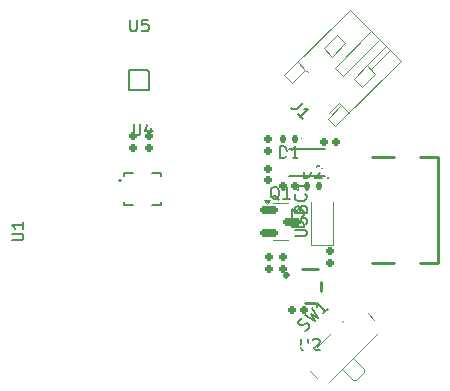
<source format=gto>
G04 #@! TF.GenerationSoftware,KiCad,Pcbnew,9.0.1*
G04 #@! TF.CreationDate,2025-10-21T12:51:46+03:00*
G04 #@! TF.ProjectId,Twyst-Hardware,54777973-742d-4486-9172-64776172652e,rev?*
G04 #@! TF.SameCoordinates,Original*
G04 #@! TF.FileFunction,Legend,Top*
G04 #@! TF.FilePolarity,Positive*
%FSLAX46Y46*%
G04 Gerber Fmt 4.6, Leading zero omitted, Abs format (unit mm)*
G04 Created by KiCad (PCBNEW 9.0.1) date 2025-10-21 12:51:46*
%MOMM*%
%LPD*%
G01*
G04 APERTURE LIST*
G04 Aperture macros list*
%AMRoundRect*
0 Rectangle with rounded corners*
0 $1 Rounding radius*
0 $2 $3 $4 $5 $6 $7 $8 $9 X,Y pos of 4 corners*
0 Add a 4 corners polygon primitive as box body*
4,1,4,$2,$3,$4,$5,$6,$7,$8,$9,$2,$3,0*
0 Add four circle primitives for the rounded corners*
1,1,$1+$1,$2,$3*
1,1,$1+$1,$4,$5*
1,1,$1+$1,$6,$7*
1,1,$1+$1,$8,$9*
0 Add four rect primitives between the rounded corners*
20,1,$1+$1,$2,$3,$4,$5,0*
20,1,$1+$1,$4,$5,$6,$7,0*
20,1,$1+$1,$6,$7,$8,$9,0*
20,1,$1+$1,$8,$9,$2,$3,0*%
%AMHorizOval*
0 Thick line with rounded ends*
0 $1 width*
0 $2 $3 position (X,Y) of the first rounded end (center of the circle)*
0 $4 $5 position (X,Y) of the second rounded end (center of the circle)*
0 Add line between two ends*
20,1,$1,$2,$3,$4,$5,0*
0 Add two circle primitives to create the rounded ends*
1,1,$1,$2,$3*
1,1,$1,$4,$5*%
%AMRotRect*
0 Rectangle, with rotation*
0 The origin of the aperture is its center*
0 $1 length*
0 $2 width*
0 $3 Rotation angle, in degrees counterclockwise*
0 Add horizontal line*
21,1,$1,$2,0,0,$3*%
%AMFreePoly0*
4,1,13,0.335355,0.685355,0.350000,0.650000,0.350000,-0.650000,0.335355,-0.685355,0.300000,-0.700000,-0.300000,-0.700000,-0.335355,-0.685355,-0.350000,-0.650000,-0.350000,0.650000,-0.335355,0.685355,-0.300000,0.700000,0.300000,0.700000,0.335355,0.685355,0.335355,0.685355,$1*%
G04 Aperture macros list end*
%ADD10C,0.150000*%
%ADD11C,0.250000*%
%ADD12C,0.300000*%
%ADD13C,0.100000*%
%ADD14C,0.120000*%
%ADD15R,0.680000X0.280000*%
%ADD16R,0.280000X0.680000*%
%ADD17RoundRect,0.159000X0.189000X-0.159000X0.189000X0.159000X-0.189000X0.159000X-0.189000X-0.159000X0*%
%ADD18C,0.750000*%
%ADD19O,2.000000X1.200000*%
%ADD20O,1.800000X1.200000*%
%ADD21FreePoly0,90.000000*%
%ADD22R,1.300000X0.300000*%
%ADD23R,1.000000X0.600000*%
%ADD24C,0.200000*%
%ADD25RoundRect,0.159000X-0.159000X-0.189000X0.159000X-0.189000X0.159000X0.189000X-0.159000X0.189000X0*%
%ADD26RoundRect,0.147500X0.147500X0.172500X-0.147500X0.172500X-0.147500X-0.172500X0.147500X-0.172500X0*%
%ADD27RoundRect,0.159000X0.159000X0.189000X-0.159000X0.189000X-0.159000X-0.189000X0.159000X-0.189000X0*%
%ADD28RotRect,1.000000X0.800000X45.000000*%
%ADD29C,0.900000*%
%ADD30RotRect,0.700000X1.500000X45.000000*%
%ADD31RoundRect,0.147500X-0.147500X-0.172500X0.147500X-0.172500X0.147500X0.172500X-0.147500X0.172500X0*%
%ADD32R,0.750000X0.300000*%
%ADD33R,1.600000X1.600000*%
%ADD34R,1.200000X1.200000*%
%ADD35RoundRect,0.150000X-0.587500X-0.150000X0.587500X-0.150000X0.587500X0.150000X-0.587500X0.150000X0*%
%ADD36RoundRect,0.159000X-0.189000X0.159000X-0.189000X-0.159000X0.189000X-0.159000X0.189000X0.159000X0*%
%ADD37RoundRect,0.250000X0.689429X0.194454X0.194454X0.689429X-0.689429X-0.194454X-0.194454X-0.689429X0*%
%ADD38HorizOval,1.200000X0.194454X0.194454X-0.194454X-0.194454X0*%
%ADD39C,1.552000*%
G04 APERTURE END LIST*
D10*
X143810095Y-97694819D02*
X143810095Y-98504342D01*
X143810095Y-98504342D02*
X143857714Y-98599580D01*
X143857714Y-98599580D02*
X143905333Y-98647200D01*
X143905333Y-98647200D02*
X144000571Y-98694819D01*
X144000571Y-98694819D02*
X144191047Y-98694819D01*
X144191047Y-98694819D02*
X144286285Y-98647200D01*
X144286285Y-98647200D02*
X144333904Y-98599580D01*
X144333904Y-98599580D02*
X144381523Y-98504342D01*
X144381523Y-98504342D02*
X144381523Y-97694819D01*
X145286285Y-98028152D02*
X145286285Y-98694819D01*
X145048190Y-97647200D02*
X144810095Y-98361485D01*
X144810095Y-98361485D02*
X145429142Y-98361485D01*
X157454819Y-107238094D02*
X158264342Y-107238094D01*
X158264342Y-107238094D02*
X158359580Y-107190475D01*
X158359580Y-107190475D02*
X158407200Y-107142856D01*
X158407200Y-107142856D02*
X158454819Y-107047618D01*
X158454819Y-107047618D02*
X158454819Y-106857142D01*
X158454819Y-106857142D02*
X158407200Y-106761904D01*
X158407200Y-106761904D02*
X158359580Y-106714285D01*
X158359580Y-106714285D02*
X158264342Y-106666666D01*
X158264342Y-106666666D02*
X157454819Y-106666666D01*
X158407200Y-106238094D02*
X158454819Y-106095237D01*
X158454819Y-106095237D02*
X158454819Y-105857142D01*
X158454819Y-105857142D02*
X158407200Y-105761904D01*
X158407200Y-105761904D02*
X158359580Y-105714285D01*
X158359580Y-105714285D02*
X158264342Y-105666666D01*
X158264342Y-105666666D02*
X158169104Y-105666666D01*
X158169104Y-105666666D02*
X158073866Y-105714285D01*
X158073866Y-105714285D02*
X158026247Y-105761904D01*
X158026247Y-105761904D02*
X157978628Y-105857142D01*
X157978628Y-105857142D02*
X157931009Y-106047618D01*
X157931009Y-106047618D02*
X157883390Y-106142856D01*
X157883390Y-106142856D02*
X157835771Y-106190475D01*
X157835771Y-106190475D02*
X157740533Y-106238094D01*
X157740533Y-106238094D02*
X157645295Y-106238094D01*
X157645295Y-106238094D02*
X157550057Y-106190475D01*
X157550057Y-106190475D02*
X157502438Y-106142856D01*
X157502438Y-106142856D02*
X157454819Y-106047618D01*
X157454819Y-106047618D02*
X157454819Y-105809523D01*
X157454819Y-105809523D02*
X157502438Y-105666666D01*
X157931009Y-104904761D02*
X157978628Y-104761904D01*
X157978628Y-104761904D02*
X158026247Y-104714285D01*
X158026247Y-104714285D02*
X158121485Y-104666666D01*
X158121485Y-104666666D02*
X158264342Y-104666666D01*
X158264342Y-104666666D02*
X158359580Y-104714285D01*
X158359580Y-104714285D02*
X158407200Y-104761904D01*
X158407200Y-104761904D02*
X158454819Y-104857142D01*
X158454819Y-104857142D02*
X158454819Y-105238094D01*
X158454819Y-105238094D02*
X157454819Y-105238094D01*
X157454819Y-105238094D02*
X157454819Y-104904761D01*
X157454819Y-104904761D02*
X157502438Y-104809523D01*
X157502438Y-104809523D02*
X157550057Y-104761904D01*
X157550057Y-104761904D02*
X157645295Y-104714285D01*
X157645295Y-104714285D02*
X157740533Y-104714285D01*
X157740533Y-104714285D02*
X157835771Y-104761904D01*
X157835771Y-104761904D02*
X157883390Y-104809523D01*
X157883390Y-104809523D02*
X157931009Y-104904761D01*
X157931009Y-104904761D02*
X157931009Y-105238094D01*
X158359580Y-103666666D02*
X158407200Y-103714285D01*
X158407200Y-103714285D02*
X158454819Y-103857142D01*
X158454819Y-103857142D02*
X158454819Y-103952380D01*
X158454819Y-103952380D02*
X158407200Y-104095237D01*
X158407200Y-104095237D02*
X158311961Y-104190475D01*
X158311961Y-104190475D02*
X158216723Y-104238094D01*
X158216723Y-104238094D02*
X158026247Y-104285713D01*
X158026247Y-104285713D02*
X157883390Y-104285713D01*
X157883390Y-104285713D02*
X157692914Y-104238094D01*
X157692914Y-104238094D02*
X157597676Y-104190475D01*
X157597676Y-104190475D02*
X157502438Y-104095237D01*
X157502438Y-104095237D02*
X157454819Y-103952380D01*
X157454819Y-103952380D02*
X157454819Y-103857142D01*
X157454819Y-103857142D02*
X157502438Y-103714285D01*
X157502438Y-103714285D02*
X157550057Y-103666666D01*
X158454819Y-102714285D02*
X158454819Y-103285713D01*
X158454819Y-102999999D02*
X157454819Y-102999999D01*
X157454819Y-102999999D02*
X157597676Y-103095237D01*
X157597676Y-103095237D02*
X157692914Y-103190475D01*
X157692914Y-103190475D02*
X157740533Y-103285713D01*
X157988095Y-115904819D02*
X157988095Y-116714342D01*
X157988095Y-116714342D02*
X158035714Y-116809580D01*
X158035714Y-116809580D02*
X158083333Y-116857200D01*
X158083333Y-116857200D02*
X158178571Y-116904819D01*
X158178571Y-116904819D02*
X158369047Y-116904819D01*
X158369047Y-116904819D02*
X158464285Y-116857200D01*
X158464285Y-116857200D02*
X158511904Y-116809580D01*
X158511904Y-116809580D02*
X158559523Y-116714342D01*
X158559523Y-116714342D02*
X158559523Y-115904819D01*
X158988095Y-116000057D02*
X159035714Y-115952438D01*
X159035714Y-115952438D02*
X159130952Y-115904819D01*
X159130952Y-115904819D02*
X159369047Y-115904819D01*
X159369047Y-115904819D02*
X159464285Y-115952438D01*
X159464285Y-115952438D02*
X159511904Y-116000057D01*
X159511904Y-116000057D02*
X159559523Y-116095295D01*
X159559523Y-116095295D02*
X159559523Y-116190533D01*
X159559523Y-116190533D02*
X159511904Y-116333390D01*
X159511904Y-116333390D02*
X158940476Y-116904819D01*
X158940476Y-116904819D02*
X159559523Y-116904819D01*
X143518095Y-88884819D02*
X143518095Y-89694342D01*
X143518095Y-89694342D02*
X143565714Y-89789580D01*
X143565714Y-89789580D02*
X143613333Y-89837200D01*
X143613333Y-89837200D02*
X143708571Y-89884819D01*
X143708571Y-89884819D02*
X143899047Y-89884819D01*
X143899047Y-89884819D02*
X143994285Y-89837200D01*
X143994285Y-89837200D02*
X144041904Y-89789580D01*
X144041904Y-89789580D02*
X144089523Y-89694342D01*
X144089523Y-89694342D02*
X144089523Y-88884819D01*
X145041904Y-88884819D02*
X144565714Y-88884819D01*
X144565714Y-88884819D02*
X144518095Y-89361009D01*
X144518095Y-89361009D02*
X144565714Y-89313390D01*
X144565714Y-89313390D02*
X144660952Y-89265771D01*
X144660952Y-89265771D02*
X144899047Y-89265771D01*
X144899047Y-89265771D02*
X144994285Y-89313390D01*
X144994285Y-89313390D02*
X145041904Y-89361009D01*
X145041904Y-89361009D02*
X145089523Y-89456247D01*
X145089523Y-89456247D02*
X145089523Y-89694342D01*
X145089523Y-89694342D02*
X145041904Y-89789580D01*
X145041904Y-89789580D02*
X144994285Y-89837200D01*
X144994285Y-89837200D02*
X144899047Y-89884819D01*
X144899047Y-89884819D02*
X144660952Y-89884819D01*
X144660952Y-89884819D02*
X144565714Y-89837200D01*
X144565714Y-89837200D02*
X144518095Y-89789580D01*
X156231905Y-100624819D02*
X156231905Y-99624819D01*
X156231905Y-99624819D02*
X156470000Y-99624819D01*
X156470000Y-99624819D02*
X156612857Y-99672438D01*
X156612857Y-99672438D02*
X156708095Y-99767676D01*
X156708095Y-99767676D02*
X156755714Y-99862914D01*
X156755714Y-99862914D02*
X156803333Y-100053390D01*
X156803333Y-100053390D02*
X156803333Y-100196247D01*
X156803333Y-100196247D02*
X156755714Y-100386723D01*
X156755714Y-100386723D02*
X156708095Y-100481961D01*
X156708095Y-100481961D02*
X156612857Y-100577200D01*
X156612857Y-100577200D02*
X156470000Y-100624819D01*
X156470000Y-100624819D02*
X156231905Y-100624819D01*
X157755714Y-100624819D02*
X157184286Y-100624819D01*
X157470000Y-100624819D02*
X157470000Y-99624819D01*
X157470000Y-99624819D02*
X157374762Y-99767676D01*
X157374762Y-99767676D02*
X157279524Y-99862914D01*
X157279524Y-99862914D02*
X157184286Y-99910533D01*
X158332383Y-115218000D02*
X158467070Y-115150657D01*
X158467070Y-115150657D02*
X158635428Y-114982298D01*
X158635428Y-114982298D02*
X158669100Y-114881283D01*
X158669100Y-114881283D02*
X158669100Y-114813939D01*
X158669100Y-114813939D02*
X158635428Y-114712924D01*
X158635428Y-114712924D02*
X158568085Y-114645580D01*
X158568085Y-114645580D02*
X158467070Y-114611909D01*
X158467070Y-114611909D02*
X158399726Y-114611909D01*
X158399726Y-114611909D02*
X158298711Y-114645580D01*
X158298711Y-114645580D02*
X158130352Y-114746596D01*
X158130352Y-114746596D02*
X158029337Y-114780267D01*
X158029337Y-114780267D02*
X157961993Y-114780267D01*
X157961993Y-114780267D02*
X157860978Y-114746596D01*
X157860978Y-114746596D02*
X157793635Y-114679252D01*
X157793635Y-114679252D02*
X157759963Y-114578237D01*
X157759963Y-114578237D02*
X157759963Y-114510893D01*
X157759963Y-114510893D02*
X157793635Y-114409878D01*
X157793635Y-114409878D02*
X157961993Y-114241519D01*
X157961993Y-114241519D02*
X158096680Y-114174176D01*
X158298711Y-113904802D02*
X159174177Y-114443550D01*
X159174177Y-114443550D02*
X158803787Y-113803786D01*
X158803787Y-113803786D02*
X159443551Y-114174176D01*
X159443551Y-114174176D02*
X158904803Y-113298710D01*
X160251672Y-113366054D02*
X159847611Y-113770115D01*
X160049642Y-113568084D02*
X159342535Y-112860978D01*
X159342535Y-112860978D02*
X159376207Y-113029336D01*
X159376207Y-113029336D02*
X159376207Y-113164023D01*
X159376207Y-113164023D02*
X159342535Y-113265039D01*
X158246905Y-102284819D02*
X158246905Y-101284819D01*
X158246905Y-101284819D02*
X158485000Y-101284819D01*
X158485000Y-101284819D02*
X158627857Y-101332438D01*
X158627857Y-101332438D02*
X158723095Y-101427676D01*
X158723095Y-101427676D02*
X158770714Y-101522914D01*
X158770714Y-101522914D02*
X158818333Y-101713390D01*
X158818333Y-101713390D02*
X158818333Y-101856247D01*
X158818333Y-101856247D02*
X158770714Y-102046723D01*
X158770714Y-102046723D02*
X158723095Y-102141961D01*
X158723095Y-102141961D02*
X158627857Y-102237200D01*
X158627857Y-102237200D02*
X158485000Y-102284819D01*
X158485000Y-102284819D02*
X158246905Y-102284819D01*
X159199286Y-101380057D02*
X159246905Y-101332438D01*
X159246905Y-101332438D02*
X159342143Y-101284819D01*
X159342143Y-101284819D02*
X159580238Y-101284819D01*
X159580238Y-101284819D02*
X159675476Y-101332438D01*
X159675476Y-101332438D02*
X159723095Y-101380057D01*
X159723095Y-101380057D02*
X159770714Y-101475295D01*
X159770714Y-101475295D02*
X159770714Y-101570533D01*
X159770714Y-101570533D02*
X159723095Y-101713390D01*
X159723095Y-101713390D02*
X159151667Y-102284819D01*
X159151667Y-102284819D02*
X159770714Y-102284819D01*
X133484819Y-107586904D02*
X134294342Y-107586904D01*
X134294342Y-107586904D02*
X134389580Y-107539285D01*
X134389580Y-107539285D02*
X134437200Y-107491666D01*
X134437200Y-107491666D02*
X134484819Y-107396428D01*
X134484819Y-107396428D02*
X134484819Y-107205952D01*
X134484819Y-107205952D02*
X134437200Y-107110714D01*
X134437200Y-107110714D02*
X134389580Y-107063095D01*
X134389580Y-107063095D02*
X134294342Y-107015476D01*
X134294342Y-107015476D02*
X133484819Y-107015476D01*
X134484819Y-106015476D02*
X134484819Y-106586904D01*
X134484819Y-106301190D02*
X133484819Y-106301190D01*
X133484819Y-106301190D02*
X133627676Y-106396428D01*
X133627676Y-106396428D02*
X133722914Y-106491666D01*
X133722914Y-106491666D02*
X133770533Y-106586904D01*
X158204819Y-106488094D02*
X157204819Y-106488094D01*
X157204819Y-106488094D02*
X157204819Y-106249999D01*
X157204819Y-106249999D02*
X157252438Y-106107142D01*
X157252438Y-106107142D02*
X157347676Y-106011904D01*
X157347676Y-106011904D02*
X157442914Y-105964285D01*
X157442914Y-105964285D02*
X157633390Y-105916666D01*
X157633390Y-105916666D02*
X157776247Y-105916666D01*
X157776247Y-105916666D02*
X157966723Y-105964285D01*
X157966723Y-105964285D02*
X158061961Y-106011904D01*
X158061961Y-106011904D02*
X158157200Y-106107142D01*
X158157200Y-106107142D02*
X158204819Y-106249999D01*
X158204819Y-106249999D02*
X158204819Y-106488094D01*
X157204819Y-105583332D02*
X157204819Y-104964285D01*
X157204819Y-104964285D02*
X157585771Y-105297618D01*
X157585771Y-105297618D02*
X157585771Y-105154761D01*
X157585771Y-105154761D02*
X157633390Y-105059523D01*
X157633390Y-105059523D02*
X157681009Y-105011904D01*
X157681009Y-105011904D02*
X157776247Y-104964285D01*
X157776247Y-104964285D02*
X158014342Y-104964285D01*
X158014342Y-104964285D02*
X158109580Y-105011904D01*
X158109580Y-105011904D02*
X158157200Y-105059523D01*
X158157200Y-105059523D02*
X158204819Y-105154761D01*
X158204819Y-105154761D02*
X158204819Y-105440475D01*
X158204819Y-105440475D02*
X158157200Y-105535713D01*
X158157200Y-105535713D02*
X158109580Y-105583332D01*
X156154761Y-104150057D02*
X156059523Y-104102438D01*
X156059523Y-104102438D02*
X155964285Y-104007200D01*
X155964285Y-104007200D02*
X155821428Y-103864342D01*
X155821428Y-103864342D02*
X155726190Y-103816723D01*
X155726190Y-103816723D02*
X155630952Y-103816723D01*
X155678571Y-104054819D02*
X155583333Y-104007200D01*
X155583333Y-104007200D02*
X155488095Y-103911961D01*
X155488095Y-103911961D02*
X155440476Y-103721485D01*
X155440476Y-103721485D02*
X155440476Y-103388152D01*
X155440476Y-103388152D02*
X155488095Y-103197676D01*
X155488095Y-103197676D02*
X155583333Y-103102438D01*
X155583333Y-103102438D02*
X155678571Y-103054819D01*
X155678571Y-103054819D02*
X155869047Y-103054819D01*
X155869047Y-103054819D02*
X155964285Y-103102438D01*
X155964285Y-103102438D02*
X156059523Y-103197676D01*
X156059523Y-103197676D02*
X156107142Y-103388152D01*
X156107142Y-103388152D02*
X156107142Y-103721485D01*
X156107142Y-103721485D02*
X156059523Y-103911961D01*
X156059523Y-103911961D02*
X155964285Y-104007200D01*
X155964285Y-104007200D02*
X155869047Y-104054819D01*
X155869047Y-104054819D02*
X155678571Y-104054819D01*
X157059523Y-104054819D02*
X156488095Y-104054819D01*
X156773809Y-104054819D02*
X156773809Y-103054819D01*
X156773809Y-103054819D02*
X156678571Y-103197676D01*
X156678571Y-103197676D02*
X156583333Y-103292914D01*
X156583333Y-103292914D02*
X156488095Y-103340533D01*
X158114265Y-95914331D02*
X157609189Y-96419407D01*
X157609189Y-96419407D02*
X157474502Y-96486751D01*
X157474502Y-96486751D02*
X157339815Y-96486751D01*
X157339815Y-96486751D02*
X157205128Y-96419407D01*
X157205128Y-96419407D02*
X157137784Y-96352064D01*
X158114265Y-97328545D02*
X157710204Y-96924484D01*
X157912235Y-97126514D02*
X158619342Y-96419407D01*
X158619342Y-96419407D02*
X158450983Y-96453079D01*
X158450983Y-96453079D02*
X158316296Y-96453079D01*
X158316296Y-96453079D02*
X158215281Y-96419407D01*
G04 #@! TO.C,U4*
X142992000Y-101920000D02*
X142992000Y-102170000D01*
X142992000Y-104580000D02*
X142992000Y-104330000D01*
X143742000Y-101920000D02*
X142992000Y-101920000D01*
X143742000Y-104580000D02*
X142992000Y-104580000D01*
X145402000Y-101920000D02*
X146152000Y-101920000D01*
X145402000Y-104580000D02*
X146152000Y-104580000D01*
X146152000Y-101920000D02*
X146152000Y-102170000D01*
X146152000Y-104580000D02*
X146152000Y-104330000D01*
X142732000Y-102490000D02*
G75*
G02*
X142592000Y-102490000I-70000J0D01*
G01*
X142592000Y-102490000D02*
G75*
G02*
X142732000Y-102490000I70000J0D01*
G01*
D11*
G04 #@! TO.C,USBC1*
X165850000Y-100530000D02*
X163990000Y-100530000D01*
X165850000Y-109470000D02*
X163990000Y-109470000D01*
X169570000Y-100530000D02*
X168090000Y-100530000D01*
X169570000Y-100530000D02*
X169570000Y-109470000D01*
X169570000Y-109470000D02*
X168090000Y-109470000D01*
G04 #@! TO.C,U2*
X159170000Y-112890000D02*
X158330000Y-112890000D01*
X159450000Y-109970000D02*
X158050000Y-109970000D01*
X159640000Y-111120000D02*
X159640000Y-111880000D01*
D12*
X156890000Y-110540000D02*
G75*
G02*
X156590000Y-110540000I-150000J0D01*
G01*
X156590000Y-110540000D02*
G75*
G02*
X156890000Y-110540000I150000J0D01*
G01*
D10*
G04 #@! TO.C,U5*
X143430000Y-93150000D02*
X144930000Y-93150000D01*
X143430000Y-94850000D02*
X143430000Y-93150000D01*
X143430000Y-94850000D02*
X145130000Y-94850000D01*
X144930000Y-93150000D02*
X145130000Y-93350000D01*
X145130000Y-93350000D02*
X145130000Y-93950000D01*
X145130000Y-94850000D02*
X145130000Y-93900000D01*
D13*
G04 #@! TO.C,D1*
X158110000Y-99000000D02*
G75*
G02*
X158010000Y-99000000I-50000J0D01*
G01*
X158010000Y-99000000D02*
G75*
G02*
X158110000Y-99000000I50000J0D01*
G01*
D14*
G04 #@! TO.C,SW1*
X158760984Y-118640021D02*
X159319598Y-119198635D01*
X159326670Y-116589411D02*
X160528751Y-115387330D01*
X160458040Y-119488549D02*
X164488549Y-115458040D01*
X161447990Y-114468091D02*
X161589411Y-114326670D01*
X161483345Y-118463244D02*
X162395513Y-119375412D01*
X162395513Y-119375412D02*
X162685427Y-119382483D01*
X162685427Y-119382483D02*
X163321823Y-118746087D01*
X163314752Y-118456173D02*
X162402584Y-117544005D01*
X163314752Y-118456173D02*
X163321823Y-118746087D01*
X164198635Y-114319598D02*
X163640021Y-113760984D01*
D13*
G04 #@! TO.C,D2*
X157945000Y-103000000D02*
G75*
G02*
X157845000Y-103000000I-50000J0D01*
G01*
X157845000Y-103000000D02*
G75*
G02*
X157945000Y-103000000I50000J0D01*
G01*
D10*
G04 #@! TO.C,U1*
X156950000Y-99860000D02*
X156950000Y-99870000D01*
X156950000Y-102130000D02*
X156950000Y-102150000D01*
X156950000Y-102150000D02*
X160000000Y-102150000D01*
X160000000Y-99860000D02*
X156950000Y-99860000D01*
X160000000Y-99870000D02*
X160000000Y-99860000D01*
X160000000Y-102150000D02*
X160000000Y-102130000D01*
X160330000Y-102300000D02*
G75*
G02*
X160210000Y-102300000I-60000J0D01*
G01*
X160210000Y-102300000D02*
G75*
G02*
X160330000Y-102300000I60000J0D01*
G01*
D14*
G04 #@! TO.C,D3*
X158800000Y-108010000D02*
X158800000Y-104350000D01*
X158800000Y-108010000D02*
X160700000Y-108010000D01*
X160700000Y-108010000D02*
X160700000Y-104350000D01*
G04 #@! TO.C,Q1*
X156250000Y-104440000D02*
X155600000Y-104440000D01*
X156250000Y-104440000D02*
X156900000Y-104440000D01*
X156250000Y-107560000D02*
X155600000Y-107560000D01*
X156250000Y-107560000D02*
X156900000Y-107560000D01*
X155087500Y-104490000D02*
X154847500Y-104160000D01*
X155327500Y-104160000D01*
X155087500Y-104490000D01*
G36*
X155087500Y-104490000D02*
G01*
X154847500Y-104160000D01*
X155327500Y-104160000D01*
X155087500Y-104490000D01*
G37*
G04 #@! TO.C,J1*
X156571467Y-93601041D02*
X157222005Y-94251580D01*
X157222005Y-94251580D02*
X158353376Y-93120209D01*
X157702837Y-92469671D02*
X158353376Y-93120209D01*
X158353376Y-93120209D02*
X158551366Y-93318199D01*
X159909011Y-91338300D02*
X161040381Y-90206929D01*
X160248422Y-97277997D02*
X160898960Y-97928535D01*
X160616117Y-92045406D02*
X159909011Y-91338300D01*
X160828249Y-92964645D02*
X163911235Y-89881660D01*
X160898960Y-97928535D02*
X166428535Y-92398960D01*
X161040381Y-90206929D02*
X161747488Y-90914036D01*
X161181803Y-95948636D02*
X160322668Y-96807771D01*
X161181803Y-95948636D02*
X161379793Y-96146626D01*
X161379793Y-96146626D02*
X160248422Y-97277997D01*
X161535356Y-93671752D02*
X160828249Y-92964645D01*
X161747488Y-90914036D02*
X160616117Y-92045406D01*
X162030331Y-96797164D02*
X161379793Y-96146626D01*
X162101042Y-88071466D02*
X156571467Y-93601041D01*
X162454595Y-93883884D02*
X163161702Y-94590991D01*
X163161702Y-94590991D02*
X164293073Y-93459620D01*
X163585966Y-92752513D02*
X162454595Y-93883884D01*
X163585966Y-92752513D02*
X165184027Y-91154452D01*
X163939519Y-93106067D02*
X165537581Y-91508005D01*
X164293073Y-93459620D02*
X163585966Y-92752513D01*
X164618342Y-90588766D02*
X161535356Y-93671752D01*
X166428535Y-92398960D02*
X162101042Y-88071466D01*
G04 #@! TD*
%LPC*%
D15*
G04 #@! TO.C,U4*
X143312000Y-102500000D03*
X143312000Y-103000000D03*
X143312000Y-103500000D03*
X143312000Y-104000000D03*
D16*
X144072000Y-104260000D03*
X144572000Y-104260000D03*
X145072000Y-104260000D03*
D15*
X145832000Y-104000000D03*
X145832000Y-103500000D03*
X145832000Y-103000000D03*
X145832000Y-102500000D03*
D16*
X145072000Y-102240000D03*
X144572000Y-102240000D03*
X144072000Y-102240000D03*
G04 #@! TD*
D17*
G04 #@! TO.C,R6*
X143750000Y-99750000D03*
X143750000Y-98750000D03*
G04 #@! TD*
G04 #@! TO.C,R7*
X145100000Y-99750000D03*
X145100000Y-98750000D03*
G04 #@! TD*
D18*
G04 #@! TO.C,USBC1*
X163260000Y-107900000D03*
X163260000Y-102100000D03*
D19*
X162760000Y-100670000D03*
D20*
X166940000Y-100670000D03*
X166940000Y-109330000D03*
D19*
X162760000Y-109330000D03*
D21*
X162000000Y-108200000D03*
X162000000Y-107400000D03*
D22*
X162000000Y-106250000D03*
X162000000Y-105250000D03*
X162000000Y-104750000D03*
X162000000Y-103750000D03*
D21*
X162000000Y-101800000D03*
X162000000Y-102600000D03*
D22*
X162000000Y-103250000D03*
X162000000Y-104250000D03*
X162000000Y-105750000D03*
X162000000Y-106750000D03*
G04 #@! TD*
D23*
G04 #@! TO.C,U2*
X157650000Y-110550000D03*
X157650000Y-111500000D03*
X157650000Y-112450000D03*
X159850000Y-112450000D03*
X159850000Y-110550000D03*
G04 #@! TD*
D24*
G04 #@! TO.C,U5*
X144850000Y-93430000D03*
X144850000Y-94000000D03*
X144850000Y-94570000D03*
X144560000Y-93720000D03*
X144560000Y-94280000D03*
X144280000Y-93430000D03*
X144280000Y-94570000D03*
X144000000Y-93720000D03*
X144000000Y-94280000D03*
X143710000Y-93430000D03*
X143710000Y-94000000D03*
X143710000Y-94570000D03*
G04 #@! TD*
D25*
G04 #@! TO.C,C3*
X157250000Y-113500000D03*
X158250000Y-113500000D03*
G04 #@! TD*
D26*
G04 #@! TO.C,D1*
X157455000Y-99000000D03*
X156485000Y-99000000D03*
G04 #@! TD*
D27*
G04 #@! TO.C,R2*
X157470000Y-103000000D03*
X156470000Y-103000000D03*
G04 #@! TD*
D28*
G04 #@! TO.C,SW1*
X158117517Y-118279396D03*
X159680223Y-119842102D03*
D29*
X160422685Y-117544005D03*
X162544005Y-115422685D03*
D28*
X163279396Y-113117517D03*
X164842102Y-114680223D03*
D30*
X158647847Y-116829828D03*
X160769167Y-114708507D03*
X161829828Y-113647847D03*
G04 #@! TD*
D31*
G04 #@! TO.C,D2*
X158500000Y-103000000D03*
X159470000Y-103000000D03*
G04 #@! TD*
D17*
G04 #@! TO.C,R3*
X155220000Y-102500000D03*
X155220000Y-101500000D03*
G04 #@! TD*
D32*
G04 #@! TO.C,U1*
X159970000Y-101750000D03*
X159970000Y-101250000D03*
X159970000Y-100750000D03*
X159970000Y-100250000D03*
X156970000Y-100250000D03*
X156970000Y-100750000D03*
X156970000Y-101250000D03*
X156970000Y-101750000D03*
D33*
X158470000Y-101000000D03*
G04 #@! TD*
D34*
G04 #@! TO.C,D3*
X159750000Y-107150000D03*
X159750000Y-104350000D03*
G04 #@! TD*
D35*
G04 #@! TO.C,Q1*
X155312500Y-105050000D03*
X155312500Y-106950000D03*
X157187500Y-106000000D03*
G04 #@! TD*
D17*
G04 #@! TO.C,C1*
X155250000Y-110000000D03*
X155250000Y-109000000D03*
G04 #@! TD*
D25*
G04 #@! TO.C,C2*
X159970000Y-99250000D03*
X160970000Y-99250000D03*
G04 #@! TD*
D36*
G04 #@! TO.C,R5*
X156500000Y-109000000D03*
X156500000Y-110000000D03*
G04 #@! TD*
D17*
G04 #@! TO.C,R1*
X160470000Y-109500000D03*
X160470000Y-108500000D03*
G04 #@! TD*
D37*
G04 #@! TO.C,J1*
X160474696Y-95439519D03*
D38*
X159060482Y-94025305D03*
G04 #@! TD*
D36*
G04 #@! TO.C,R4*
X155220000Y-99000000D03*
X155220000Y-100000000D03*
G04 #@! TD*
D39*
G04 #@! TO.C,U6*
X135500000Y-112620000D03*
X138040000Y-112620000D03*
X140580000Y-112620000D03*
X143120000Y-112620000D03*
X145660000Y-112620000D03*
X148200000Y-112620000D03*
X150740000Y-112620000D03*
X153280000Y-112620000D03*
X153280000Y-97380000D03*
X150740000Y-97380000D03*
X148200000Y-97380000D03*
X145660000Y-97380000D03*
X143120000Y-97380000D03*
X140580000Y-97380000D03*
X138040000Y-97380000D03*
X135500000Y-97380000D03*
G04 #@! TD*
%LPD*%
M02*

</source>
